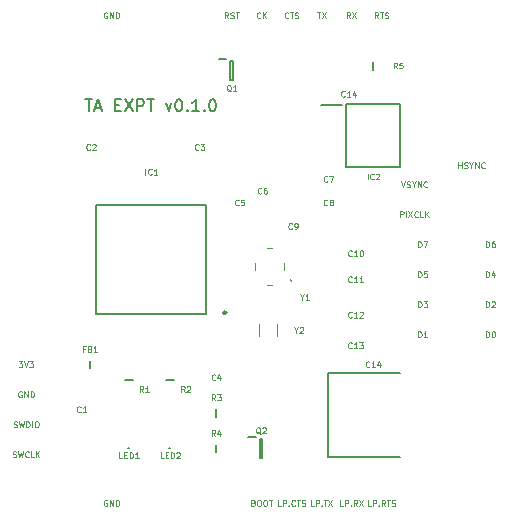
<source format=gto>
%TF.GenerationSoftware,KiCad,Pcbnew,5.1.6-c6e7f7d~87~ubuntu18.04.1*%
%TF.CreationDate,2020-07-14T09:50:44-04:00*%
%TF.ProjectId,ta-expt,74612d65-7870-4742-9e6b-696361645f70,rev?*%
%TF.SameCoordinates,Original*%
%TF.FileFunction,Legend,Top*%
%TF.FilePolarity,Positive*%
%FSLAX46Y46*%
G04 Gerber Fmt 4.6, Leading zero omitted, Abs format (unit mm)*
G04 Created by KiCad (PCBNEW 5.1.6-c6e7f7d~87~ubuntu18.04.1) date 2020-07-14 09:50:44*
%MOMM*%
%LPD*%
G01*
G04 APERTURE LIST*
%ADD10C,0.200000*%
%ADD11C,0.100000*%
%ADD12C,0.250000*%
G04 APERTURE END LIST*
D10*
X138828571Y-94452380D02*
X139400000Y-94452380D01*
X139114285Y-95452380D02*
X139114285Y-94452380D01*
X139685714Y-95166666D02*
X140161904Y-95166666D01*
X139590476Y-95452380D02*
X139923809Y-94452380D01*
X140257142Y-95452380D01*
X141352380Y-94928571D02*
X141685714Y-94928571D01*
X141828571Y-95452380D02*
X141352380Y-95452380D01*
X141352380Y-94452380D01*
X141828571Y-94452380D01*
X142161904Y-94452380D02*
X142828571Y-95452380D01*
X142828571Y-94452380D02*
X142161904Y-95452380D01*
X143209523Y-95452380D02*
X143209523Y-94452380D01*
X143590476Y-94452380D01*
X143685714Y-94500000D01*
X143733333Y-94547619D01*
X143780952Y-94642857D01*
X143780952Y-94785714D01*
X143733333Y-94880952D01*
X143685714Y-94928571D01*
X143590476Y-94976190D01*
X143209523Y-94976190D01*
X144066666Y-94452380D02*
X144638095Y-94452380D01*
X144352380Y-95452380D02*
X144352380Y-94452380D01*
X145638095Y-94785714D02*
X145876190Y-95452380D01*
X146114285Y-94785714D01*
X146685714Y-94452380D02*
X146780952Y-94452380D01*
X146876190Y-94500000D01*
X146923809Y-94547619D01*
X146971428Y-94642857D01*
X147019047Y-94833333D01*
X147019047Y-95071428D01*
X146971428Y-95261904D01*
X146923809Y-95357142D01*
X146876190Y-95404761D01*
X146780952Y-95452380D01*
X146685714Y-95452380D01*
X146590476Y-95404761D01*
X146542857Y-95357142D01*
X146495238Y-95261904D01*
X146447619Y-95071428D01*
X146447619Y-94833333D01*
X146495238Y-94642857D01*
X146542857Y-94547619D01*
X146590476Y-94500000D01*
X146685714Y-94452380D01*
X147447619Y-95357142D02*
X147495238Y-95404761D01*
X147447619Y-95452380D01*
X147400000Y-95404761D01*
X147447619Y-95357142D01*
X147447619Y-95452380D01*
X148447619Y-95452380D02*
X147876190Y-95452380D01*
X148161904Y-95452380D02*
X148161904Y-94452380D01*
X148066666Y-94595238D01*
X147971428Y-94690476D01*
X147876190Y-94738095D01*
X148876190Y-95357142D02*
X148923809Y-95404761D01*
X148876190Y-95452380D01*
X148828571Y-95404761D01*
X148876190Y-95357142D01*
X148876190Y-95452380D01*
X149542857Y-94452380D02*
X149638095Y-94452380D01*
X149733333Y-94500000D01*
X149780952Y-94547619D01*
X149828571Y-94642857D01*
X149876190Y-94833333D01*
X149876190Y-95071428D01*
X149828571Y-95261904D01*
X149780952Y-95357142D01*
X149733333Y-95404761D01*
X149638095Y-95452380D01*
X149542857Y-95452380D01*
X149447619Y-95404761D01*
X149400000Y-95357142D01*
X149352380Y-95261904D01*
X149304761Y-95071428D01*
X149304761Y-94833333D01*
X149352380Y-94642857D01*
X149400000Y-94547619D01*
X149447619Y-94500000D01*
X149542857Y-94452380D01*
D11*
X132669047Y-124712380D02*
X132740476Y-124736190D01*
X132859523Y-124736190D01*
X132907142Y-124712380D01*
X132930952Y-124688571D01*
X132954761Y-124640952D01*
X132954761Y-124593333D01*
X132930952Y-124545714D01*
X132907142Y-124521904D01*
X132859523Y-124498095D01*
X132764285Y-124474285D01*
X132716666Y-124450476D01*
X132692857Y-124426666D01*
X132669047Y-124379047D01*
X132669047Y-124331428D01*
X132692857Y-124283809D01*
X132716666Y-124260000D01*
X132764285Y-124236190D01*
X132883333Y-124236190D01*
X132954761Y-124260000D01*
X133121428Y-124236190D02*
X133240476Y-124736190D01*
X133335714Y-124379047D01*
X133430952Y-124736190D01*
X133550000Y-124236190D01*
X134026190Y-124688571D02*
X134002380Y-124712380D01*
X133930952Y-124736190D01*
X133883333Y-124736190D01*
X133811904Y-124712380D01*
X133764285Y-124664761D01*
X133740476Y-124617142D01*
X133716666Y-124521904D01*
X133716666Y-124450476D01*
X133740476Y-124355238D01*
X133764285Y-124307619D01*
X133811904Y-124260000D01*
X133883333Y-124236190D01*
X133930952Y-124236190D01*
X134002380Y-124260000D01*
X134026190Y-124283809D01*
X134478571Y-124736190D02*
X134240476Y-124736190D01*
X134240476Y-124236190D01*
X134645238Y-124736190D02*
X134645238Y-124236190D01*
X134930952Y-124736190D02*
X134716666Y-124450476D01*
X134930952Y-124236190D02*
X134645238Y-124521904D01*
X132740476Y-122172380D02*
X132811904Y-122196190D01*
X132930952Y-122196190D01*
X132978571Y-122172380D01*
X133002380Y-122148571D01*
X133026190Y-122100952D01*
X133026190Y-122053333D01*
X133002380Y-122005714D01*
X132978571Y-121981904D01*
X132930952Y-121958095D01*
X132835714Y-121934285D01*
X132788095Y-121910476D01*
X132764285Y-121886666D01*
X132740476Y-121839047D01*
X132740476Y-121791428D01*
X132764285Y-121743809D01*
X132788095Y-121720000D01*
X132835714Y-121696190D01*
X132954761Y-121696190D01*
X133026190Y-121720000D01*
X133192857Y-121696190D02*
X133311904Y-122196190D01*
X133407142Y-121839047D01*
X133502380Y-122196190D01*
X133621428Y-121696190D01*
X133811904Y-122196190D02*
X133811904Y-121696190D01*
X133930952Y-121696190D01*
X134002380Y-121720000D01*
X134050000Y-121767619D01*
X134073809Y-121815238D01*
X134097619Y-121910476D01*
X134097619Y-121981904D01*
X134073809Y-122077142D01*
X134050000Y-122124761D01*
X134002380Y-122172380D01*
X133930952Y-122196190D01*
X133811904Y-122196190D01*
X134311904Y-122196190D02*
X134311904Y-121696190D01*
X134645238Y-121696190D02*
X134740476Y-121696190D01*
X134788095Y-121720000D01*
X134835714Y-121767619D01*
X134859523Y-121862857D01*
X134859523Y-122029523D01*
X134835714Y-122124761D01*
X134788095Y-122172380D01*
X134740476Y-122196190D01*
X134645238Y-122196190D01*
X134597619Y-122172380D01*
X134550000Y-122124761D01*
X134526190Y-122029523D01*
X134526190Y-121862857D01*
X134550000Y-121767619D01*
X134597619Y-121720000D01*
X134645238Y-121696190D01*
X133419047Y-119180000D02*
X133371428Y-119156190D01*
X133300000Y-119156190D01*
X133228571Y-119180000D01*
X133180952Y-119227619D01*
X133157142Y-119275238D01*
X133133333Y-119370476D01*
X133133333Y-119441904D01*
X133157142Y-119537142D01*
X133180952Y-119584761D01*
X133228571Y-119632380D01*
X133300000Y-119656190D01*
X133347619Y-119656190D01*
X133419047Y-119632380D01*
X133442857Y-119608571D01*
X133442857Y-119441904D01*
X133347619Y-119441904D01*
X133657142Y-119656190D02*
X133657142Y-119156190D01*
X133942857Y-119656190D01*
X133942857Y-119156190D01*
X134180952Y-119656190D02*
X134180952Y-119156190D01*
X134300000Y-119156190D01*
X134371428Y-119180000D01*
X134419047Y-119227619D01*
X134442857Y-119275238D01*
X134466666Y-119370476D01*
X134466666Y-119441904D01*
X134442857Y-119537142D01*
X134419047Y-119584761D01*
X134371428Y-119632380D01*
X134300000Y-119656190D01*
X134180952Y-119656190D01*
X133180952Y-116616190D02*
X133490476Y-116616190D01*
X133323809Y-116806666D01*
X133395238Y-116806666D01*
X133442857Y-116830476D01*
X133466666Y-116854285D01*
X133490476Y-116901904D01*
X133490476Y-117020952D01*
X133466666Y-117068571D01*
X133442857Y-117092380D01*
X133395238Y-117116190D01*
X133252380Y-117116190D01*
X133204761Y-117092380D01*
X133180952Y-117068571D01*
X133633333Y-116616190D02*
X133800000Y-117116190D01*
X133966666Y-116616190D01*
X134085714Y-116616190D02*
X134395238Y-116616190D01*
X134228571Y-116806666D01*
X134300000Y-116806666D01*
X134347619Y-116830476D01*
X134371428Y-116854285D01*
X134395238Y-116901904D01*
X134395238Y-117020952D01*
X134371428Y-117068571D01*
X134347619Y-117092380D01*
X134300000Y-117116190D01*
X134157142Y-117116190D01*
X134109523Y-117092380D01*
X134085714Y-117068571D01*
X162878571Y-117078571D02*
X162854761Y-117102380D01*
X162783333Y-117126190D01*
X162735714Y-117126190D01*
X162664285Y-117102380D01*
X162616666Y-117054761D01*
X162592857Y-117007142D01*
X162569047Y-116911904D01*
X162569047Y-116840476D01*
X162592857Y-116745238D01*
X162616666Y-116697619D01*
X162664285Y-116650000D01*
X162735714Y-116626190D01*
X162783333Y-116626190D01*
X162854761Y-116650000D01*
X162878571Y-116673809D01*
X163354761Y-117126190D02*
X163069047Y-117126190D01*
X163211904Y-117126190D02*
X163211904Y-116626190D01*
X163164285Y-116697619D01*
X163116666Y-116745238D01*
X163069047Y-116769047D01*
X163783333Y-116792857D02*
X163783333Y-117126190D01*
X163664285Y-116602380D02*
X163545238Y-116959523D01*
X163854761Y-116959523D01*
X161378571Y-115478571D02*
X161354761Y-115502380D01*
X161283333Y-115526190D01*
X161235714Y-115526190D01*
X161164285Y-115502380D01*
X161116666Y-115454761D01*
X161092857Y-115407142D01*
X161069047Y-115311904D01*
X161069047Y-115240476D01*
X161092857Y-115145238D01*
X161116666Y-115097619D01*
X161164285Y-115050000D01*
X161235714Y-115026190D01*
X161283333Y-115026190D01*
X161354761Y-115050000D01*
X161378571Y-115073809D01*
X161854761Y-115526190D02*
X161569047Y-115526190D01*
X161711904Y-115526190D02*
X161711904Y-115026190D01*
X161664285Y-115097619D01*
X161616666Y-115145238D01*
X161569047Y-115169047D01*
X162021428Y-115026190D02*
X162330952Y-115026190D01*
X162164285Y-115216666D01*
X162235714Y-115216666D01*
X162283333Y-115240476D01*
X162307142Y-115264285D01*
X162330952Y-115311904D01*
X162330952Y-115430952D01*
X162307142Y-115478571D01*
X162283333Y-115502380D01*
X162235714Y-115526190D01*
X162092857Y-115526190D01*
X162045238Y-115502380D01*
X162021428Y-115478571D01*
X161378571Y-112878571D02*
X161354761Y-112902380D01*
X161283333Y-112926190D01*
X161235714Y-112926190D01*
X161164285Y-112902380D01*
X161116666Y-112854761D01*
X161092857Y-112807142D01*
X161069047Y-112711904D01*
X161069047Y-112640476D01*
X161092857Y-112545238D01*
X161116666Y-112497619D01*
X161164285Y-112450000D01*
X161235714Y-112426190D01*
X161283333Y-112426190D01*
X161354761Y-112450000D01*
X161378571Y-112473809D01*
X161854761Y-112926190D02*
X161569047Y-112926190D01*
X161711904Y-112926190D02*
X161711904Y-112426190D01*
X161664285Y-112497619D01*
X161616666Y-112545238D01*
X161569047Y-112569047D01*
X162045238Y-112473809D02*
X162069047Y-112450000D01*
X162116666Y-112426190D01*
X162235714Y-112426190D01*
X162283333Y-112450000D01*
X162307142Y-112473809D01*
X162330952Y-112521428D01*
X162330952Y-112569047D01*
X162307142Y-112640476D01*
X162021428Y-112926190D01*
X162330952Y-112926190D01*
X161378571Y-109878571D02*
X161354761Y-109902380D01*
X161283333Y-109926190D01*
X161235714Y-109926190D01*
X161164285Y-109902380D01*
X161116666Y-109854761D01*
X161092857Y-109807142D01*
X161069047Y-109711904D01*
X161069047Y-109640476D01*
X161092857Y-109545238D01*
X161116666Y-109497619D01*
X161164285Y-109450000D01*
X161235714Y-109426190D01*
X161283333Y-109426190D01*
X161354761Y-109450000D01*
X161378571Y-109473809D01*
X161854761Y-109926190D02*
X161569047Y-109926190D01*
X161711904Y-109926190D02*
X161711904Y-109426190D01*
X161664285Y-109497619D01*
X161616666Y-109545238D01*
X161569047Y-109569047D01*
X162330952Y-109926190D02*
X162045238Y-109926190D01*
X162188095Y-109926190D02*
X162188095Y-109426190D01*
X162140476Y-109497619D01*
X162092857Y-109545238D01*
X162045238Y-109569047D01*
X161378571Y-107678571D02*
X161354761Y-107702380D01*
X161283333Y-107726190D01*
X161235714Y-107726190D01*
X161164285Y-107702380D01*
X161116666Y-107654761D01*
X161092857Y-107607142D01*
X161069047Y-107511904D01*
X161069047Y-107440476D01*
X161092857Y-107345238D01*
X161116666Y-107297619D01*
X161164285Y-107250000D01*
X161235714Y-107226190D01*
X161283333Y-107226190D01*
X161354761Y-107250000D01*
X161378571Y-107273809D01*
X161854761Y-107726190D02*
X161569047Y-107726190D01*
X161711904Y-107726190D02*
X161711904Y-107226190D01*
X161664285Y-107297619D01*
X161616666Y-107345238D01*
X161569047Y-107369047D01*
X162164285Y-107226190D02*
X162211904Y-107226190D01*
X162259523Y-107250000D01*
X162283333Y-107273809D01*
X162307142Y-107321428D01*
X162330952Y-107416666D01*
X162330952Y-107535714D01*
X162307142Y-107630952D01*
X162283333Y-107678571D01*
X162259523Y-107702380D01*
X162211904Y-107726190D01*
X162164285Y-107726190D01*
X162116666Y-107702380D01*
X162092857Y-107678571D01*
X162069047Y-107630952D01*
X162045238Y-107535714D01*
X162045238Y-107416666D01*
X162069047Y-107321428D01*
X162092857Y-107273809D01*
X162116666Y-107250000D01*
X162164285Y-107226190D01*
X156661904Y-113988095D02*
X156661904Y-114226190D01*
X156495238Y-113726190D02*
X156661904Y-113988095D01*
X156828571Y-113726190D01*
X156971428Y-113773809D02*
X156995238Y-113750000D01*
X157042857Y-113726190D01*
X157161904Y-113726190D01*
X157209523Y-113750000D01*
X157233333Y-113773809D01*
X157257142Y-113821428D01*
X157257142Y-113869047D01*
X157233333Y-113940476D01*
X156947619Y-114226190D01*
X157257142Y-114226190D01*
X157161904Y-111188095D02*
X157161904Y-111426190D01*
X156995238Y-110926190D02*
X157161904Y-111188095D01*
X157328571Y-110926190D01*
X157757142Y-111426190D02*
X157471428Y-111426190D01*
X157614285Y-111426190D02*
X157614285Y-110926190D01*
X157566666Y-110997619D01*
X157519047Y-111045238D01*
X157471428Y-111069047D01*
X162711904Y-101226190D02*
X162711904Y-100726190D01*
X163235714Y-101178571D02*
X163211904Y-101202380D01*
X163140476Y-101226190D01*
X163092857Y-101226190D01*
X163021428Y-101202380D01*
X162973809Y-101154761D01*
X162950000Y-101107142D01*
X162926190Y-101011904D01*
X162926190Y-100940476D01*
X162950000Y-100845238D01*
X162973809Y-100797619D01*
X163021428Y-100750000D01*
X163092857Y-100726190D01*
X163140476Y-100726190D01*
X163211904Y-100750000D01*
X163235714Y-100773809D01*
X163426190Y-100773809D02*
X163450000Y-100750000D01*
X163497619Y-100726190D01*
X163616666Y-100726190D01*
X163664285Y-100750000D01*
X163688095Y-100773809D01*
X163711904Y-100821428D01*
X163711904Y-100869047D01*
X163688095Y-100940476D01*
X163402380Y-101226190D01*
X163711904Y-101226190D01*
X160778571Y-94178571D02*
X160754761Y-94202380D01*
X160683333Y-94226190D01*
X160635714Y-94226190D01*
X160564285Y-94202380D01*
X160516666Y-94154761D01*
X160492857Y-94107142D01*
X160469047Y-94011904D01*
X160469047Y-93940476D01*
X160492857Y-93845238D01*
X160516666Y-93797619D01*
X160564285Y-93750000D01*
X160635714Y-93726190D01*
X160683333Y-93726190D01*
X160754761Y-93750000D01*
X160778571Y-93773809D01*
X161254761Y-94226190D02*
X160969047Y-94226190D01*
X161111904Y-94226190D02*
X161111904Y-93726190D01*
X161064285Y-93797619D01*
X161016666Y-93845238D01*
X160969047Y-93869047D01*
X161683333Y-93892857D02*
X161683333Y-94226190D01*
X161564285Y-93702380D02*
X161445238Y-94059523D01*
X161754761Y-94059523D01*
X165216666Y-91826190D02*
X165050000Y-91588095D01*
X164930952Y-91826190D02*
X164930952Y-91326190D01*
X165121428Y-91326190D01*
X165169047Y-91350000D01*
X165192857Y-91373809D01*
X165216666Y-91421428D01*
X165216666Y-91492857D01*
X165192857Y-91540476D01*
X165169047Y-91564285D01*
X165121428Y-91588095D01*
X164930952Y-91588095D01*
X165669047Y-91326190D02*
X165430952Y-91326190D01*
X165407142Y-91564285D01*
X165430952Y-91540476D01*
X165478571Y-91516666D01*
X165597619Y-91516666D01*
X165645238Y-91540476D01*
X165669047Y-91564285D01*
X165692857Y-91611904D01*
X165692857Y-91730952D01*
X165669047Y-91778571D01*
X165645238Y-91802380D01*
X165597619Y-91826190D01*
X165478571Y-91826190D01*
X165430952Y-91802380D01*
X165407142Y-91778571D01*
X153716666Y-102378571D02*
X153692857Y-102402380D01*
X153621428Y-102426190D01*
X153573809Y-102426190D01*
X153502380Y-102402380D01*
X153454761Y-102354761D01*
X153430952Y-102307142D01*
X153407142Y-102211904D01*
X153407142Y-102140476D01*
X153430952Y-102045238D01*
X153454761Y-101997619D01*
X153502380Y-101950000D01*
X153573809Y-101926190D01*
X153621428Y-101926190D01*
X153692857Y-101950000D01*
X153716666Y-101973809D01*
X154145238Y-101926190D02*
X154050000Y-101926190D01*
X154002380Y-101950000D01*
X153978571Y-101973809D01*
X153930952Y-102045238D01*
X153907142Y-102140476D01*
X153907142Y-102330952D01*
X153930952Y-102378571D01*
X153954761Y-102402380D01*
X154002380Y-102426190D01*
X154097619Y-102426190D01*
X154145238Y-102402380D01*
X154169047Y-102378571D01*
X154192857Y-102330952D01*
X154192857Y-102211904D01*
X154169047Y-102164285D01*
X154145238Y-102140476D01*
X154097619Y-102116666D01*
X154002380Y-102116666D01*
X153954761Y-102140476D01*
X153930952Y-102164285D01*
X153907142Y-102211904D01*
X151816666Y-103378571D02*
X151792857Y-103402380D01*
X151721428Y-103426190D01*
X151673809Y-103426190D01*
X151602380Y-103402380D01*
X151554761Y-103354761D01*
X151530952Y-103307142D01*
X151507142Y-103211904D01*
X151507142Y-103140476D01*
X151530952Y-103045238D01*
X151554761Y-102997619D01*
X151602380Y-102950000D01*
X151673809Y-102926190D01*
X151721428Y-102926190D01*
X151792857Y-102950000D01*
X151816666Y-102973809D01*
X152269047Y-102926190D02*
X152030952Y-102926190D01*
X152007142Y-103164285D01*
X152030952Y-103140476D01*
X152078571Y-103116666D01*
X152197619Y-103116666D01*
X152245238Y-103140476D01*
X152269047Y-103164285D01*
X152292857Y-103211904D01*
X152292857Y-103330952D01*
X152269047Y-103378571D01*
X152245238Y-103402380D01*
X152197619Y-103426190D01*
X152078571Y-103426190D01*
X152030952Y-103402380D01*
X152007142Y-103378571D01*
X156316666Y-105378571D02*
X156292857Y-105402380D01*
X156221428Y-105426190D01*
X156173809Y-105426190D01*
X156102380Y-105402380D01*
X156054761Y-105354761D01*
X156030952Y-105307142D01*
X156007142Y-105211904D01*
X156007142Y-105140476D01*
X156030952Y-105045238D01*
X156054761Y-104997619D01*
X156102380Y-104950000D01*
X156173809Y-104926190D01*
X156221428Y-104926190D01*
X156292857Y-104950000D01*
X156316666Y-104973809D01*
X156554761Y-105426190D02*
X156650000Y-105426190D01*
X156697619Y-105402380D01*
X156721428Y-105378571D01*
X156769047Y-105307142D01*
X156792857Y-105211904D01*
X156792857Y-105021428D01*
X156769047Y-104973809D01*
X156745238Y-104950000D01*
X156697619Y-104926190D01*
X156602380Y-104926190D01*
X156554761Y-104950000D01*
X156530952Y-104973809D01*
X156507142Y-105021428D01*
X156507142Y-105140476D01*
X156530952Y-105188095D01*
X156554761Y-105211904D01*
X156602380Y-105235714D01*
X156697619Y-105235714D01*
X156745238Y-105211904D01*
X156769047Y-105188095D01*
X156792857Y-105140476D01*
X159316666Y-103378571D02*
X159292857Y-103402380D01*
X159221428Y-103426190D01*
X159173809Y-103426190D01*
X159102380Y-103402380D01*
X159054761Y-103354761D01*
X159030952Y-103307142D01*
X159007142Y-103211904D01*
X159007142Y-103140476D01*
X159030952Y-103045238D01*
X159054761Y-102997619D01*
X159102380Y-102950000D01*
X159173809Y-102926190D01*
X159221428Y-102926190D01*
X159292857Y-102950000D01*
X159316666Y-102973809D01*
X159602380Y-103140476D02*
X159554761Y-103116666D01*
X159530952Y-103092857D01*
X159507142Y-103045238D01*
X159507142Y-103021428D01*
X159530952Y-102973809D01*
X159554761Y-102950000D01*
X159602380Y-102926190D01*
X159697619Y-102926190D01*
X159745238Y-102950000D01*
X159769047Y-102973809D01*
X159792857Y-103021428D01*
X159792857Y-103045238D01*
X159769047Y-103092857D01*
X159745238Y-103116666D01*
X159697619Y-103140476D01*
X159602380Y-103140476D01*
X159554761Y-103164285D01*
X159530952Y-103188095D01*
X159507142Y-103235714D01*
X159507142Y-103330952D01*
X159530952Y-103378571D01*
X159554761Y-103402380D01*
X159602380Y-103426190D01*
X159697619Y-103426190D01*
X159745238Y-103402380D01*
X159769047Y-103378571D01*
X159792857Y-103330952D01*
X159792857Y-103235714D01*
X159769047Y-103188095D01*
X159745238Y-103164285D01*
X159697619Y-103140476D01*
X159316666Y-101378571D02*
X159292857Y-101402380D01*
X159221428Y-101426190D01*
X159173809Y-101426190D01*
X159102380Y-101402380D01*
X159054761Y-101354761D01*
X159030952Y-101307142D01*
X159007142Y-101211904D01*
X159007142Y-101140476D01*
X159030952Y-101045238D01*
X159054761Y-100997619D01*
X159102380Y-100950000D01*
X159173809Y-100926190D01*
X159221428Y-100926190D01*
X159292857Y-100950000D01*
X159316666Y-100973809D01*
X159483333Y-100926190D02*
X159816666Y-100926190D01*
X159602380Y-101426190D01*
X151152380Y-93773809D02*
X151104761Y-93750000D01*
X151057142Y-93702380D01*
X150985714Y-93630952D01*
X150938095Y-93607142D01*
X150890476Y-93607142D01*
X150914285Y-93726190D02*
X150866666Y-93702380D01*
X150819047Y-93654761D01*
X150795238Y-93559523D01*
X150795238Y-93392857D01*
X150819047Y-93297619D01*
X150866666Y-93250000D01*
X150914285Y-93226190D01*
X151009523Y-93226190D01*
X151057142Y-93250000D01*
X151104761Y-93297619D01*
X151128571Y-93392857D01*
X151128571Y-93559523D01*
X151104761Y-93654761D01*
X151057142Y-93702380D01*
X151009523Y-93726190D01*
X150914285Y-93726190D01*
X151604761Y-93726190D02*
X151319047Y-93726190D01*
X151461904Y-93726190D02*
X151461904Y-93226190D01*
X151414285Y-93297619D01*
X151366666Y-93345238D01*
X151319047Y-93369047D01*
X153652380Y-122773809D02*
X153604761Y-122750000D01*
X153557142Y-122702380D01*
X153485714Y-122630952D01*
X153438095Y-122607142D01*
X153390476Y-122607142D01*
X153414285Y-122726190D02*
X153366666Y-122702380D01*
X153319047Y-122654761D01*
X153295238Y-122559523D01*
X153295238Y-122392857D01*
X153319047Y-122297619D01*
X153366666Y-122250000D01*
X153414285Y-122226190D01*
X153509523Y-122226190D01*
X153557142Y-122250000D01*
X153604761Y-122297619D01*
X153628571Y-122392857D01*
X153628571Y-122559523D01*
X153604761Y-122654761D01*
X153557142Y-122702380D01*
X153509523Y-122726190D01*
X153414285Y-122726190D01*
X153819047Y-122273809D02*
X153842857Y-122250000D01*
X153890476Y-122226190D01*
X154009523Y-122226190D01*
X154057142Y-122250000D01*
X154080952Y-122273809D01*
X154104761Y-122321428D01*
X154104761Y-122369047D01*
X154080952Y-122440476D01*
X153795238Y-122726190D01*
X154104761Y-122726190D01*
X149816666Y-122926190D02*
X149650000Y-122688095D01*
X149530952Y-122926190D02*
X149530952Y-122426190D01*
X149721428Y-122426190D01*
X149769047Y-122450000D01*
X149792857Y-122473809D01*
X149816666Y-122521428D01*
X149816666Y-122592857D01*
X149792857Y-122640476D01*
X149769047Y-122664285D01*
X149721428Y-122688095D01*
X149530952Y-122688095D01*
X150245238Y-122592857D02*
X150245238Y-122926190D01*
X150126190Y-122402380D02*
X150007142Y-122759523D01*
X150316666Y-122759523D01*
X149816666Y-119926190D02*
X149650000Y-119688095D01*
X149530952Y-119926190D02*
X149530952Y-119426190D01*
X149721428Y-119426190D01*
X149769047Y-119450000D01*
X149792857Y-119473809D01*
X149816666Y-119521428D01*
X149816666Y-119592857D01*
X149792857Y-119640476D01*
X149769047Y-119664285D01*
X149721428Y-119688095D01*
X149530952Y-119688095D01*
X149983333Y-119426190D02*
X150292857Y-119426190D01*
X150126190Y-119616666D01*
X150197619Y-119616666D01*
X150245238Y-119640476D01*
X150269047Y-119664285D01*
X150292857Y-119711904D01*
X150292857Y-119830952D01*
X150269047Y-119878571D01*
X150245238Y-119902380D01*
X150197619Y-119926190D01*
X150054761Y-119926190D01*
X150007142Y-119902380D01*
X149983333Y-119878571D01*
X149816666Y-118178571D02*
X149792857Y-118202380D01*
X149721428Y-118226190D01*
X149673809Y-118226190D01*
X149602380Y-118202380D01*
X149554761Y-118154761D01*
X149530952Y-118107142D01*
X149507142Y-118011904D01*
X149507142Y-117940476D01*
X149530952Y-117845238D01*
X149554761Y-117797619D01*
X149602380Y-117750000D01*
X149673809Y-117726190D01*
X149721428Y-117726190D01*
X149792857Y-117750000D01*
X149816666Y-117773809D01*
X150245238Y-117892857D02*
X150245238Y-118226190D01*
X150126190Y-117702380D02*
X150007142Y-118059523D01*
X150316666Y-118059523D01*
X148416666Y-98678571D02*
X148392857Y-98702380D01*
X148321428Y-98726190D01*
X148273809Y-98726190D01*
X148202380Y-98702380D01*
X148154761Y-98654761D01*
X148130952Y-98607142D01*
X148107142Y-98511904D01*
X148107142Y-98440476D01*
X148130952Y-98345238D01*
X148154761Y-98297619D01*
X148202380Y-98250000D01*
X148273809Y-98226190D01*
X148321428Y-98226190D01*
X148392857Y-98250000D01*
X148416666Y-98273809D01*
X148583333Y-98226190D02*
X148892857Y-98226190D01*
X148726190Y-98416666D01*
X148797619Y-98416666D01*
X148845238Y-98440476D01*
X148869047Y-98464285D01*
X148892857Y-98511904D01*
X148892857Y-98630952D01*
X148869047Y-98678571D01*
X148845238Y-98702380D01*
X148797619Y-98726190D01*
X148654761Y-98726190D01*
X148607142Y-98702380D01*
X148583333Y-98678571D01*
X139216666Y-98678571D02*
X139192857Y-98702380D01*
X139121428Y-98726190D01*
X139073809Y-98726190D01*
X139002380Y-98702380D01*
X138954761Y-98654761D01*
X138930952Y-98607142D01*
X138907142Y-98511904D01*
X138907142Y-98440476D01*
X138930952Y-98345238D01*
X138954761Y-98297619D01*
X139002380Y-98250000D01*
X139073809Y-98226190D01*
X139121428Y-98226190D01*
X139192857Y-98250000D01*
X139216666Y-98273809D01*
X139407142Y-98273809D02*
X139430952Y-98250000D01*
X139478571Y-98226190D01*
X139597619Y-98226190D01*
X139645238Y-98250000D01*
X139669047Y-98273809D01*
X139692857Y-98321428D01*
X139692857Y-98369047D01*
X139669047Y-98440476D01*
X139383333Y-98726190D01*
X139692857Y-98726190D01*
X143911904Y-100826190D02*
X143911904Y-100326190D01*
X144435714Y-100778571D02*
X144411904Y-100802380D01*
X144340476Y-100826190D01*
X144292857Y-100826190D01*
X144221428Y-100802380D01*
X144173809Y-100754761D01*
X144150000Y-100707142D01*
X144126190Y-100611904D01*
X144126190Y-100540476D01*
X144150000Y-100445238D01*
X144173809Y-100397619D01*
X144221428Y-100350000D01*
X144292857Y-100326190D01*
X144340476Y-100326190D01*
X144411904Y-100350000D01*
X144435714Y-100373809D01*
X144911904Y-100826190D02*
X144626190Y-100826190D01*
X144769047Y-100826190D02*
X144769047Y-100326190D01*
X144721428Y-100397619D01*
X144673809Y-100445238D01*
X144626190Y-100469047D01*
X141940476Y-124826190D02*
X141702380Y-124826190D01*
X141702380Y-124326190D01*
X142107142Y-124564285D02*
X142273809Y-124564285D01*
X142345238Y-124826190D02*
X142107142Y-124826190D01*
X142107142Y-124326190D01*
X142345238Y-124326190D01*
X142559523Y-124826190D02*
X142559523Y-124326190D01*
X142678571Y-124326190D01*
X142750000Y-124350000D01*
X142797619Y-124397619D01*
X142821428Y-124445238D01*
X142845238Y-124540476D01*
X142845238Y-124611904D01*
X142821428Y-124707142D01*
X142797619Y-124754761D01*
X142750000Y-124802380D01*
X142678571Y-124826190D01*
X142559523Y-124826190D01*
X143321428Y-124826190D02*
X143035714Y-124826190D01*
X143178571Y-124826190D02*
X143178571Y-124326190D01*
X143130952Y-124397619D01*
X143083333Y-124445238D01*
X143035714Y-124469047D01*
X145440476Y-124826190D02*
X145202380Y-124826190D01*
X145202380Y-124326190D01*
X145607142Y-124564285D02*
X145773809Y-124564285D01*
X145845238Y-124826190D02*
X145607142Y-124826190D01*
X145607142Y-124326190D01*
X145845238Y-124326190D01*
X146059523Y-124826190D02*
X146059523Y-124326190D01*
X146178571Y-124326190D01*
X146250000Y-124350000D01*
X146297619Y-124397619D01*
X146321428Y-124445238D01*
X146345238Y-124540476D01*
X146345238Y-124611904D01*
X146321428Y-124707142D01*
X146297619Y-124754761D01*
X146250000Y-124802380D01*
X146178571Y-124826190D01*
X146059523Y-124826190D01*
X146535714Y-124373809D02*
X146559523Y-124350000D01*
X146607142Y-124326190D01*
X146726190Y-124326190D01*
X146773809Y-124350000D01*
X146797619Y-124373809D01*
X146821428Y-124421428D01*
X146821428Y-124469047D01*
X146797619Y-124540476D01*
X146511904Y-124826190D01*
X146821428Y-124826190D01*
X147216666Y-119226190D02*
X147050000Y-118988095D01*
X146930952Y-119226190D02*
X146930952Y-118726190D01*
X147121428Y-118726190D01*
X147169047Y-118750000D01*
X147192857Y-118773809D01*
X147216666Y-118821428D01*
X147216666Y-118892857D01*
X147192857Y-118940476D01*
X147169047Y-118964285D01*
X147121428Y-118988095D01*
X146930952Y-118988095D01*
X147407142Y-118773809D02*
X147430952Y-118750000D01*
X147478571Y-118726190D01*
X147597619Y-118726190D01*
X147645238Y-118750000D01*
X147669047Y-118773809D01*
X147692857Y-118821428D01*
X147692857Y-118869047D01*
X147669047Y-118940476D01*
X147383333Y-119226190D01*
X147692857Y-119226190D01*
X143716666Y-119226190D02*
X143550000Y-118988095D01*
X143430952Y-119226190D02*
X143430952Y-118726190D01*
X143621428Y-118726190D01*
X143669047Y-118750000D01*
X143692857Y-118773809D01*
X143716666Y-118821428D01*
X143716666Y-118892857D01*
X143692857Y-118940476D01*
X143669047Y-118964285D01*
X143621428Y-118988095D01*
X143430952Y-118988095D01*
X144192857Y-119226190D02*
X143907142Y-119226190D01*
X144050000Y-119226190D02*
X144050000Y-118726190D01*
X144002380Y-118797619D01*
X143954761Y-118845238D01*
X143907142Y-118869047D01*
X138416666Y-120878571D02*
X138392857Y-120902380D01*
X138321428Y-120926190D01*
X138273809Y-120926190D01*
X138202380Y-120902380D01*
X138154761Y-120854761D01*
X138130952Y-120807142D01*
X138107142Y-120711904D01*
X138107142Y-120640476D01*
X138130952Y-120545238D01*
X138154761Y-120497619D01*
X138202380Y-120450000D01*
X138273809Y-120426190D01*
X138321428Y-120426190D01*
X138392857Y-120450000D01*
X138416666Y-120473809D01*
X138892857Y-120926190D02*
X138607142Y-120926190D01*
X138750000Y-120926190D02*
X138750000Y-120426190D01*
X138702380Y-120497619D01*
X138654761Y-120545238D01*
X138607142Y-120569047D01*
X138783333Y-115564285D02*
X138616666Y-115564285D01*
X138616666Y-115826190D02*
X138616666Y-115326190D01*
X138854761Y-115326190D01*
X139211904Y-115564285D02*
X139283333Y-115588095D01*
X139307142Y-115611904D01*
X139330952Y-115659523D01*
X139330952Y-115730952D01*
X139307142Y-115778571D01*
X139283333Y-115802380D01*
X139235714Y-115826190D01*
X139045238Y-115826190D01*
X139045238Y-115326190D01*
X139211904Y-115326190D01*
X139259523Y-115350000D01*
X139283333Y-115373809D01*
X139307142Y-115421428D01*
X139307142Y-115469047D01*
X139283333Y-115516666D01*
X139259523Y-115540476D01*
X139211904Y-115564285D01*
X139045238Y-115564285D01*
X139807142Y-115826190D02*
X139521428Y-115826190D01*
X139664285Y-115826190D02*
X139664285Y-115326190D01*
X139616666Y-115397619D01*
X139569047Y-115445238D01*
X139521428Y-115469047D01*
X172740952Y-114576190D02*
X172740952Y-114076190D01*
X172860000Y-114076190D01*
X172931428Y-114100000D01*
X172979047Y-114147619D01*
X173002857Y-114195238D01*
X173026666Y-114290476D01*
X173026666Y-114361904D01*
X173002857Y-114457142D01*
X172979047Y-114504761D01*
X172931428Y-114552380D01*
X172860000Y-114576190D01*
X172740952Y-114576190D01*
X173336190Y-114076190D02*
X173383809Y-114076190D01*
X173431428Y-114100000D01*
X173455238Y-114123809D01*
X173479047Y-114171428D01*
X173502857Y-114266666D01*
X173502857Y-114385714D01*
X173479047Y-114480952D01*
X173455238Y-114528571D01*
X173431428Y-114552380D01*
X173383809Y-114576190D01*
X173336190Y-114576190D01*
X173288571Y-114552380D01*
X173264761Y-114528571D01*
X173240952Y-114480952D01*
X173217142Y-114385714D01*
X173217142Y-114266666D01*
X173240952Y-114171428D01*
X173264761Y-114123809D01*
X173288571Y-114100000D01*
X173336190Y-114076190D01*
X172740952Y-112036190D02*
X172740952Y-111536190D01*
X172860000Y-111536190D01*
X172931428Y-111560000D01*
X172979047Y-111607619D01*
X173002857Y-111655238D01*
X173026666Y-111750476D01*
X173026666Y-111821904D01*
X173002857Y-111917142D01*
X172979047Y-111964761D01*
X172931428Y-112012380D01*
X172860000Y-112036190D01*
X172740952Y-112036190D01*
X173217142Y-111583809D02*
X173240952Y-111560000D01*
X173288571Y-111536190D01*
X173407619Y-111536190D01*
X173455238Y-111560000D01*
X173479047Y-111583809D01*
X173502857Y-111631428D01*
X173502857Y-111679047D01*
X173479047Y-111750476D01*
X173193333Y-112036190D01*
X173502857Y-112036190D01*
X172740952Y-109496190D02*
X172740952Y-108996190D01*
X172860000Y-108996190D01*
X172931428Y-109020000D01*
X172979047Y-109067619D01*
X173002857Y-109115238D01*
X173026666Y-109210476D01*
X173026666Y-109281904D01*
X173002857Y-109377142D01*
X172979047Y-109424761D01*
X172931428Y-109472380D01*
X172860000Y-109496190D01*
X172740952Y-109496190D01*
X173455238Y-109162857D02*
X173455238Y-109496190D01*
X173336190Y-108972380D02*
X173217142Y-109329523D01*
X173526666Y-109329523D01*
X172740952Y-106956190D02*
X172740952Y-106456190D01*
X172860000Y-106456190D01*
X172931428Y-106480000D01*
X172979047Y-106527619D01*
X173002857Y-106575238D01*
X173026666Y-106670476D01*
X173026666Y-106741904D01*
X173002857Y-106837142D01*
X172979047Y-106884761D01*
X172931428Y-106932380D01*
X172860000Y-106956190D01*
X172740952Y-106956190D01*
X173455238Y-106456190D02*
X173360000Y-106456190D01*
X173312380Y-106480000D01*
X173288571Y-106503809D01*
X173240952Y-106575238D01*
X173217142Y-106670476D01*
X173217142Y-106860952D01*
X173240952Y-106908571D01*
X173264761Y-106932380D01*
X173312380Y-106956190D01*
X173407619Y-106956190D01*
X173455238Y-106932380D01*
X173479047Y-106908571D01*
X173502857Y-106860952D01*
X173502857Y-106741904D01*
X173479047Y-106694285D01*
X173455238Y-106670476D01*
X173407619Y-106646666D01*
X173312380Y-106646666D01*
X173264761Y-106670476D01*
X173240952Y-106694285D01*
X173217142Y-106741904D01*
X167000952Y-114576190D02*
X167000952Y-114076190D01*
X167120000Y-114076190D01*
X167191428Y-114100000D01*
X167239047Y-114147619D01*
X167262857Y-114195238D01*
X167286666Y-114290476D01*
X167286666Y-114361904D01*
X167262857Y-114457142D01*
X167239047Y-114504761D01*
X167191428Y-114552380D01*
X167120000Y-114576190D01*
X167000952Y-114576190D01*
X167762857Y-114576190D02*
X167477142Y-114576190D01*
X167620000Y-114576190D02*
X167620000Y-114076190D01*
X167572380Y-114147619D01*
X167524761Y-114195238D01*
X167477142Y-114219047D01*
X167000952Y-112036190D02*
X167000952Y-111536190D01*
X167120000Y-111536190D01*
X167191428Y-111560000D01*
X167239047Y-111607619D01*
X167262857Y-111655238D01*
X167286666Y-111750476D01*
X167286666Y-111821904D01*
X167262857Y-111917142D01*
X167239047Y-111964761D01*
X167191428Y-112012380D01*
X167120000Y-112036190D01*
X167000952Y-112036190D01*
X167453333Y-111536190D02*
X167762857Y-111536190D01*
X167596190Y-111726666D01*
X167667619Y-111726666D01*
X167715238Y-111750476D01*
X167739047Y-111774285D01*
X167762857Y-111821904D01*
X167762857Y-111940952D01*
X167739047Y-111988571D01*
X167715238Y-112012380D01*
X167667619Y-112036190D01*
X167524761Y-112036190D01*
X167477142Y-112012380D01*
X167453333Y-111988571D01*
X167000952Y-109496190D02*
X167000952Y-108996190D01*
X167120000Y-108996190D01*
X167191428Y-109020000D01*
X167239047Y-109067619D01*
X167262857Y-109115238D01*
X167286666Y-109210476D01*
X167286666Y-109281904D01*
X167262857Y-109377142D01*
X167239047Y-109424761D01*
X167191428Y-109472380D01*
X167120000Y-109496190D01*
X167000952Y-109496190D01*
X167739047Y-108996190D02*
X167500952Y-108996190D01*
X167477142Y-109234285D01*
X167500952Y-109210476D01*
X167548571Y-109186666D01*
X167667619Y-109186666D01*
X167715238Y-109210476D01*
X167739047Y-109234285D01*
X167762857Y-109281904D01*
X167762857Y-109400952D01*
X167739047Y-109448571D01*
X167715238Y-109472380D01*
X167667619Y-109496190D01*
X167548571Y-109496190D01*
X167500952Y-109472380D01*
X167477142Y-109448571D01*
X167000952Y-106956190D02*
X167000952Y-106456190D01*
X167120000Y-106456190D01*
X167191428Y-106480000D01*
X167239047Y-106527619D01*
X167262857Y-106575238D01*
X167286666Y-106670476D01*
X167286666Y-106741904D01*
X167262857Y-106837142D01*
X167239047Y-106884761D01*
X167191428Y-106932380D01*
X167120000Y-106956190D01*
X167000952Y-106956190D01*
X167453333Y-106456190D02*
X167786666Y-106456190D01*
X167572380Y-106956190D01*
X170402857Y-100276190D02*
X170402857Y-99776190D01*
X170402857Y-100014285D02*
X170688571Y-100014285D01*
X170688571Y-100276190D02*
X170688571Y-99776190D01*
X170902857Y-100252380D02*
X170974285Y-100276190D01*
X171093333Y-100276190D01*
X171140952Y-100252380D01*
X171164761Y-100228571D01*
X171188571Y-100180952D01*
X171188571Y-100133333D01*
X171164761Y-100085714D01*
X171140952Y-100061904D01*
X171093333Y-100038095D01*
X170998095Y-100014285D01*
X170950476Y-99990476D01*
X170926666Y-99966666D01*
X170902857Y-99919047D01*
X170902857Y-99871428D01*
X170926666Y-99823809D01*
X170950476Y-99800000D01*
X170998095Y-99776190D01*
X171117142Y-99776190D01*
X171188571Y-99800000D01*
X171498095Y-100038095D02*
X171498095Y-100276190D01*
X171331428Y-99776190D02*
X171498095Y-100038095D01*
X171664761Y-99776190D01*
X171831428Y-100276190D02*
X171831428Y-99776190D01*
X172117142Y-100276190D01*
X172117142Y-99776190D01*
X172640952Y-100228571D02*
X172617142Y-100252380D01*
X172545714Y-100276190D01*
X172498095Y-100276190D01*
X172426666Y-100252380D01*
X172379047Y-100204761D01*
X172355238Y-100157142D01*
X172331428Y-100061904D01*
X172331428Y-99990476D01*
X172355238Y-99895238D01*
X172379047Y-99847619D01*
X172426666Y-99800000D01*
X172498095Y-99776190D01*
X172545714Y-99776190D01*
X172617142Y-99800000D01*
X172640952Y-99823809D01*
X165479523Y-104416190D02*
X165479523Y-103916190D01*
X165670000Y-103916190D01*
X165717619Y-103940000D01*
X165741428Y-103963809D01*
X165765238Y-104011428D01*
X165765238Y-104082857D01*
X165741428Y-104130476D01*
X165717619Y-104154285D01*
X165670000Y-104178095D01*
X165479523Y-104178095D01*
X165979523Y-104416190D02*
X165979523Y-103916190D01*
X166170000Y-103916190D02*
X166503333Y-104416190D01*
X166503333Y-103916190D02*
X166170000Y-104416190D01*
X166979523Y-104368571D02*
X166955714Y-104392380D01*
X166884285Y-104416190D01*
X166836666Y-104416190D01*
X166765238Y-104392380D01*
X166717619Y-104344761D01*
X166693809Y-104297142D01*
X166670000Y-104201904D01*
X166670000Y-104130476D01*
X166693809Y-104035238D01*
X166717619Y-103987619D01*
X166765238Y-103940000D01*
X166836666Y-103916190D01*
X166884285Y-103916190D01*
X166955714Y-103940000D01*
X166979523Y-103963809D01*
X167431904Y-104416190D02*
X167193809Y-104416190D01*
X167193809Y-103916190D01*
X167598571Y-104416190D02*
X167598571Y-103916190D01*
X167884285Y-104416190D02*
X167670000Y-104130476D01*
X167884285Y-103916190D02*
X167598571Y-104201904D01*
X165539047Y-101376190D02*
X165705714Y-101876190D01*
X165872380Y-101376190D01*
X166015238Y-101852380D02*
X166086666Y-101876190D01*
X166205714Y-101876190D01*
X166253333Y-101852380D01*
X166277142Y-101828571D01*
X166300952Y-101780952D01*
X166300952Y-101733333D01*
X166277142Y-101685714D01*
X166253333Y-101661904D01*
X166205714Y-101638095D01*
X166110476Y-101614285D01*
X166062857Y-101590476D01*
X166039047Y-101566666D01*
X166015238Y-101519047D01*
X166015238Y-101471428D01*
X166039047Y-101423809D01*
X166062857Y-101400000D01*
X166110476Y-101376190D01*
X166229523Y-101376190D01*
X166300952Y-101400000D01*
X166610476Y-101638095D02*
X166610476Y-101876190D01*
X166443809Y-101376190D02*
X166610476Y-101638095D01*
X166777142Y-101376190D01*
X166943809Y-101876190D02*
X166943809Y-101376190D01*
X167229523Y-101876190D01*
X167229523Y-101376190D01*
X167753333Y-101828571D02*
X167729523Y-101852380D01*
X167658095Y-101876190D01*
X167610476Y-101876190D01*
X167539047Y-101852380D01*
X167491428Y-101804761D01*
X167467619Y-101757142D01*
X167443809Y-101661904D01*
X167443809Y-101590476D01*
X167467619Y-101495238D01*
X167491428Y-101447619D01*
X167539047Y-101400000D01*
X167610476Y-101376190D01*
X167658095Y-101376190D01*
X167729523Y-101400000D01*
X167753333Y-101423809D01*
X162997142Y-128876190D02*
X162759047Y-128876190D01*
X162759047Y-128376190D01*
X163163809Y-128876190D02*
X163163809Y-128376190D01*
X163354285Y-128376190D01*
X163401904Y-128400000D01*
X163425714Y-128423809D01*
X163449523Y-128471428D01*
X163449523Y-128542857D01*
X163425714Y-128590476D01*
X163401904Y-128614285D01*
X163354285Y-128638095D01*
X163163809Y-128638095D01*
X163663809Y-128828571D02*
X163687619Y-128852380D01*
X163663809Y-128876190D01*
X163640000Y-128852380D01*
X163663809Y-128828571D01*
X163663809Y-128876190D01*
X164187619Y-128876190D02*
X164020952Y-128638095D01*
X163901904Y-128876190D02*
X163901904Y-128376190D01*
X164092380Y-128376190D01*
X164140000Y-128400000D01*
X164163809Y-128423809D01*
X164187619Y-128471428D01*
X164187619Y-128542857D01*
X164163809Y-128590476D01*
X164140000Y-128614285D01*
X164092380Y-128638095D01*
X163901904Y-128638095D01*
X164330476Y-128376190D02*
X164616190Y-128376190D01*
X164473333Y-128876190D02*
X164473333Y-128376190D01*
X164759047Y-128852380D02*
X164830476Y-128876190D01*
X164949523Y-128876190D01*
X164997142Y-128852380D01*
X165020952Y-128828571D01*
X165044761Y-128780952D01*
X165044761Y-128733333D01*
X165020952Y-128685714D01*
X164997142Y-128661904D01*
X164949523Y-128638095D01*
X164854285Y-128614285D01*
X164806666Y-128590476D01*
X164782857Y-128566666D01*
X164759047Y-128519047D01*
X164759047Y-128471428D01*
X164782857Y-128423809D01*
X164806666Y-128400000D01*
X164854285Y-128376190D01*
X164973333Y-128376190D01*
X165044761Y-128400000D01*
X160647619Y-128876190D02*
X160409523Y-128876190D01*
X160409523Y-128376190D01*
X160814285Y-128876190D02*
X160814285Y-128376190D01*
X161004761Y-128376190D01*
X161052380Y-128400000D01*
X161076190Y-128423809D01*
X161100000Y-128471428D01*
X161100000Y-128542857D01*
X161076190Y-128590476D01*
X161052380Y-128614285D01*
X161004761Y-128638095D01*
X160814285Y-128638095D01*
X161314285Y-128828571D02*
X161338095Y-128852380D01*
X161314285Y-128876190D01*
X161290476Y-128852380D01*
X161314285Y-128828571D01*
X161314285Y-128876190D01*
X161838095Y-128876190D02*
X161671428Y-128638095D01*
X161552380Y-128876190D02*
X161552380Y-128376190D01*
X161742857Y-128376190D01*
X161790476Y-128400000D01*
X161814285Y-128423809D01*
X161838095Y-128471428D01*
X161838095Y-128542857D01*
X161814285Y-128590476D01*
X161790476Y-128614285D01*
X161742857Y-128638095D01*
X161552380Y-128638095D01*
X162004761Y-128376190D02*
X162338095Y-128876190D01*
X162338095Y-128376190D02*
X162004761Y-128876190D01*
X158167142Y-128876190D02*
X157929047Y-128876190D01*
X157929047Y-128376190D01*
X158333809Y-128876190D02*
X158333809Y-128376190D01*
X158524285Y-128376190D01*
X158571904Y-128400000D01*
X158595714Y-128423809D01*
X158619523Y-128471428D01*
X158619523Y-128542857D01*
X158595714Y-128590476D01*
X158571904Y-128614285D01*
X158524285Y-128638095D01*
X158333809Y-128638095D01*
X158833809Y-128828571D02*
X158857619Y-128852380D01*
X158833809Y-128876190D01*
X158810000Y-128852380D01*
X158833809Y-128828571D01*
X158833809Y-128876190D01*
X159000476Y-128376190D02*
X159286190Y-128376190D01*
X159143333Y-128876190D02*
X159143333Y-128376190D01*
X159405238Y-128376190D02*
X159738571Y-128876190D01*
X159738571Y-128376190D02*
X159405238Y-128876190D01*
X155377142Y-128876190D02*
X155139047Y-128876190D01*
X155139047Y-128376190D01*
X155543809Y-128876190D02*
X155543809Y-128376190D01*
X155734285Y-128376190D01*
X155781904Y-128400000D01*
X155805714Y-128423809D01*
X155829523Y-128471428D01*
X155829523Y-128542857D01*
X155805714Y-128590476D01*
X155781904Y-128614285D01*
X155734285Y-128638095D01*
X155543809Y-128638095D01*
X156043809Y-128828571D02*
X156067619Y-128852380D01*
X156043809Y-128876190D01*
X156020000Y-128852380D01*
X156043809Y-128828571D01*
X156043809Y-128876190D01*
X156567619Y-128828571D02*
X156543809Y-128852380D01*
X156472380Y-128876190D01*
X156424761Y-128876190D01*
X156353333Y-128852380D01*
X156305714Y-128804761D01*
X156281904Y-128757142D01*
X156258095Y-128661904D01*
X156258095Y-128590476D01*
X156281904Y-128495238D01*
X156305714Y-128447619D01*
X156353333Y-128400000D01*
X156424761Y-128376190D01*
X156472380Y-128376190D01*
X156543809Y-128400000D01*
X156567619Y-128423809D01*
X156710476Y-128376190D02*
X156996190Y-128376190D01*
X156853333Y-128876190D02*
X156853333Y-128376190D01*
X157139047Y-128852380D02*
X157210476Y-128876190D01*
X157329523Y-128876190D01*
X157377142Y-128852380D01*
X157400952Y-128828571D01*
X157424761Y-128780952D01*
X157424761Y-128733333D01*
X157400952Y-128685714D01*
X157377142Y-128661904D01*
X157329523Y-128638095D01*
X157234285Y-128614285D01*
X157186666Y-128590476D01*
X157162857Y-128566666D01*
X157139047Y-128519047D01*
X157139047Y-128471428D01*
X157162857Y-128423809D01*
X157186666Y-128400000D01*
X157234285Y-128376190D01*
X157353333Y-128376190D01*
X157424761Y-128400000D01*
X153051428Y-128614285D02*
X153122857Y-128638095D01*
X153146666Y-128661904D01*
X153170476Y-128709523D01*
X153170476Y-128780952D01*
X153146666Y-128828571D01*
X153122857Y-128852380D01*
X153075238Y-128876190D01*
X152884761Y-128876190D01*
X152884761Y-128376190D01*
X153051428Y-128376190D01*
X153099047Y-128400000D01*
X153122857Y-128423809D01*
X153146666Y-128471428D01*
X153146666Y-128519047D01*
X153122857Y-128566666D01*
X153099047Y-128590476D01*
X153051428Y-128614285D01*
X152884761Y-128614285D01*
X153480000Y-128376190D02*
X153575238Y-128376190D01*
X153622857Y-128400000D01*
X153670476Y-128447619D01*
X153694285Y-128542857D01*
X153694285Y-128709523D01*
X153670476Y-128804761D01*
X153622857Y-128852380D01*
X153575238Y-128876190D01*
X153480000Y-128876190D01*
X153432380Y-128852380D01*
X153384761Y-128804761D01*
X153360952Y-128709523D01*
X153360952Y-128542857D01*
X153384761Y-128447619D01*
X153432380Y-128400000D01*
X153480000Y-128376190D01*
X154003809Y-128376190D02*
X154099047Y-128376190D01*
X154146666Y-128400000D01*
X154194285Y-128447619D01*
X154218095Y-128542857D01*
X154218095Y-128709523D01*
X154194285Y-128804761D01*
X154146666Y-128852380D01*
X154099047Y-128876190D01*
X154003809Y-128876190D01*
X153956190Y-128852380D01*
X153908571Y-128804761D01*
X153884761Y-128709523D01*
X153884761Y-128542857D01*
X153908571Y-128447619D01*
X153956190Y-128400000D01*
X154003809Y-128376190D01*
X154360952Y-128376190D02*
X154646666Y-128376190D01*
X154503809Y-128876190D02*
X154503809Y-128376190D01*
X163616190Y-87576190D02*
X163449523Y-87338095D01*
X163330476Y-87576190D02*
X163330476Y-87076190D01*
X163520952Y-87076190D01*
X163568571Y-87100000D01*
X163592380Y-87123809D01*
X163616190Y-87171428D01*
X163616190Y-87242857D01*
X163592380Y-87290476D01*
X163568571Y-87314285D01*
X163520952Y-87338095D01*
X163330476Y-87338095D01*
X163759047Y-87076190D02*
X164044761Y-87076190D01*
X163901904Y-87576190D02*
X163901904Y-87076190D01*
X164187619Y-87552380D02*
X164259047Y-87576190D01*
X164378095Y-87576190D01*
X164425714Y-87552380D01*
X164449523Y-87528571D01*
X164473333Y-87480952D01*
X164473333Y-87433333D01*
X164449523Y-87385714D01*
X164425714Y-87361904D01*
X164378095Y-87338095D01*
X164282857Y-87314285D01*
X164235238Y-87290476D01*
X164211428Y-87266666D01*
X164187619Y-87219047D01*
X164187619Y-87171428D01*
X164211428Y-87123809D01*
X164235238Y-87100000D01*
X164282857Y-87076190D01*
X164401904Y-87076190D01*
X164473333Y-87100000D01*
X161266666Y-87576190D02*
X161100000Y-87338095D01*
X160980952Y-87576190D02*
X160980952Y-87076190D01*
X161171428Y-87076190D01*
X161219047Y-87100000D01*
X161242857Y-87123809D01*
X161266666Y-87171428D01*
X161266666Y-87242857D01*
X161242857Y-87290476D01*
X161219047Y-87314285D01*
X161171428Y-87338095D01*
X160980952Y-87338095D01*
X161433333Y-87076190D02*
X161766666Y-87576190D01*
X161766666Y-87076190D02*
X161433333Y-87576190D01*
X158429047Y-87076190D02*
X158714761Y-87076190D01*
X158571904Y-87576190D02*
X158571904Y-87076190D01*
X158833809Y-87076190D02*
X159167142Y-87576190D01*
X159167142Y-87076190D02*
X158833809Y-87576190D01*
X155996190Y-87528571D02*
X155972380Y-87552380D01*
X155900952Y-87576190D01*
X155853333Y-87576190D01*
X155781904Y-87552380D01*
X155734285Y-87504761D01*
X155710476Y-87457142D01*
X155686666Y-87361904D01*
X155686666Y-87290476D01*
X155710476Y-87195238D01*
X155734285Y-87147619D01*
X155781904Y-87100000D01*
X155853333Y-87076190D01*
X155900952Y-87076190D01*
X155972380Y-87100000D01*
X155996190Y-87123809D01*
X156139047Y-87076190D02*
X156424761Y-87076190D01*
X156281904Y-87576190D02*
X156281904Y-87076190D01*
X156567619Y-87552380D02*
X156639047Y-87576190D01*
X156758095Y-87576190D01*
X156805714Y-87552380D01*
X156829523Y-87528571D01*
X156853333Y-87480952D01*
X156853333Y-87433333D01*
X156829523Y-87385714D01*
X156805714Y-87361904D01*
X156758095Y-87338095D01*
X156662857Y-87314285D01*
X156615238Y-87290476D01*
X156591428Y-87266666D01*
X156567619Y-87219047D01*
X156567619Y-87171428D01*
X156591428Y-87123809D01*
X156615238Y-87100000D01*
X156662857Y-87076190D01*
X156781904Y-87076190D01*
X156853333Y-87100000D01*
X153634761Y-87528571D02*
X153610952Y-87552380D01*
X153539523Y-87576190D01*
X153491904Y-87576190D01*
X153420476Y-87552380D01*
X153372857Y-87504761D01*
X153349047Y-87457142D01*
X153325238Y-87361904D01*
X153325238Y-87290476D01*
X153349047Y-87195238D01*
X153372857Y-87147619D01*
X153420476Y-87100000D01*
X153491904Y-87076190D01*
X153539523Y-87076190D01*
X153610952Y-87100000D01*
X153634761Y-87123809D01*
X153849047Y-87576190D02*
X153849047Y-87076190D01*
X154134761Y-87576190D02*
X153920476Y-87290476D01*
X154134761Y-87076190D02*
X153849047Y-87361904D01*
X150916190Y-87576190D02*
X150749523Y-87338095D01*
X150630476Y-87576190D02*
X150630476Y-87076190D01*
X150820952Y-87076190D01*
X150868571Y-87100000D01*
X150892380Y-87123809D01*
X150916190Y-87171428D01*
X150916190Y-87242857D01*
X150892380Y-87290476D01*
X150868571Y-87314285D01*
X150820952Y-87338095D01*
X150630476Y-87338095D01*
X151106666Y-87552380D02*
X151178095Y-87576190D01*
X151297142Y-87576190D01*
X151344761Y-87552380D01*
X151368571Y-87528571D01*
X151392380Y-87480952D01*
X151392380Y-87433333D01*
X151368571Y-87385714D01*
X151344761Y-87361904D01*
X151297142Y-87338095D01*
X151201904Y-87314285D01*
X151154285Y-87290476D01*
X151130476Y-87266666D01*
X151106666Y-87219047D01*
X151106666Y-87171428D01*
X151130476Y-87123809D01*
X151154285Y-87100000D01*
X151201904Y-87076190D01*
X151320952Y-87076190D01*
X151392380Y-87100000D01*
X151535238Y-87076190D02*
X151820952Y-87076190D01*
X151678095Y-87576190D02*
X151678095Y-87076190D01*
X140649047Y-128400000D02*
X140601428Y-128376190D01*
X140530000Y-128376190D01*
X140458571Y-128400000D01*
X140410952Y-128447619D01*
X140387142Y-128495238D01*
X140363333Y-128590476D01*
X140363333Y-128661904D01*
X140387142Y-128757142D01*
X140410952Y-128804761D01*
X140458571Y-128852380D01*
X140530000Y-128876190D01*
X140577619Y-128876190D01*
X140649047Y-128852380D01*
X140672857Y-128828571D01*
X140672857Y-128661904D01*
X140577619Y-128661904D01*
X140887142Y-128876190D02*
X140887142Y-128376190D01*
X141172857Y-128876190D01*
X141172857Y-128376190D01*
X141410952Y-128876190D02*
X141410952Y-128376190D01*
X141530000Y-128376190D01*
X141601428Y-128400000D01*
X141649047Y-128447619D01*
X141672857Y-128495238D01*
X141696666Y-128590476D01*
X141696666Y-128661904D01*
X141672857Y-128757142D01*
X141649047Y-128804761D01*
X141601428Y-128852380D01*
X141530000Y-128876190D01*
X141410952Y-128876190D01*
X140649047Y-87100000D02*
X140601428Y-87076190D01*
X140530000Y-87076190D01*
X140458571Y-87100000D01*
X140410952Y-87147619D01*
X140387142Y-87195238D01*
X140363333Y-87290476D01*
X140363333Y-87361904D01*
X140387142Y-87457142D01*
X140410952Y-87504761D01*
X140458571Y-87552380D01*
X140530000Y-87576190D01*
X140577619Y-87576190D01*
X140649047Y-87552380D01*
X140672857Y-87528571D01*
X140672857Y-87361904D01*
X140577619Y-87361904D01*
X140887142Y-87576190D02*
X140887142Y-87076190D01*
X141172857Y-87576190D01*
X141172857Y-87076190D01*
X141410952Y-87576190D02*
X141410952Y-87076190D01*
X141530000Y-87076190D01*
X141601428Y-87100000D01*
X141649047Y-87147619D01*
X141672857Y-87195238D01*
X141696666Y-87290476D01*
X141696666Y-87361904D01*
X141672857Y-87457142D01*
X141649047Y-87504761D01*
X141601428Y-87552380D01*
X141530000Y-87576190D01*
X141410952Y-87576190D01*
D10*
%TO.C,C15*%
X165500000Y-117650000D02*
X159400000Y-117650000D01*
X159400000Y-117650000D02*
X159400000Y-124750000D01*
X159400000Y-124750000D02*
X165500000Y-124750000D01*
%TO.C,FB1*%
X139200000Y-116600000D02*
X139200000Y-117200000D01*
%TO.C,IC1*%
X149050000Y-112650000D02*
X139750000Y-112650000D01*
X139750000Y-112650000D02*
X139750000Y-103350000D01*
X139750000Y-103350000D02*
X149050000Y-103350000D01*
X149050000Y-103350000D02*
X149050000Y-112650000D01*
D12*
X150750000Y-112500000D02*
G75*
G03*
X150750000Y-112500000I-125000J0D01*
G01*
D10*
%TO.C,IC2*%
X160910000Y-94860000D02*
X165490000Y-94860000D01*
X165490000Y-94860000D02*
X165490000Y-100140000D01*
X165490000Y-100140000D02*
X160910000Y-100140000D01*
X160910000Y-100140000D02*
X160910000Y-94860000D01*
X158775000Y-94920000D02*
X160560000Y-94920000D01*
%TO.C,LED1*%
X142500000Y-124000000D02*
X142500000Y-124000000D01*
X142400000Y-124000000D02*
X142400000Y-124000000D01*
X142500000Y-124000000D02*
X142500000Y-124000000D01*
X142400000Y-124000000D02*
G75*
G02*
X142500000Y-124000000I50000J0D01*
G01*
X142500000Y-124000000D02*
G75*
G02*
X142400000Y-124000000I-50000J0D01*
G01*
X142400000Y-124000000D02*
G75*
G02*
X142500000Y-124000000I50000J0D01*
G01*
%TO.C,LED2*%
X146000000Y-124000000D02*
X146000000Y-124000000D01*
X145900000Y-124000000D02*
X145900000Y-124000000D01*
X146000000Y-124000000D02*
X146000000Y-124000000D01*
X145900000Y-124000000D02*
G75*
G02*
X146000000Y-124000000I50000J0D01*
G01*
X146000000Y-124000000D02*
G75*
G02*
X145900000Y-124000000I-50000J0D01*
G01*
X145900000Y-124000000D02*
G75*
G02*
X146000000Y-124000000I50000J0D01*
G01*
%TO.C,Q1*%
X151110000Y-91200000D02*
X151290000Y-91200000D01*
X151290000Y-91200000D02*
X151290000Y-92800000D01*
X151290000Y-92800000D02*
X151110000Y-92800000D01*
X151110000Y-92800000D02*
X151110000Y-91200000D01*
X150130000Y-91010000D02*
X150760000Y-91010000D01*
%TO.C,Q2*%
X153610000Y-123200000D02*
X153790000Y-123200000D01*
X153790000Y-123200000D02*
X153790000Y-124800000D01*
X153790000Y-124800000D02*
X153610000Y-124800000D01*
X153610000Y-124800000D02*
X153610000Y-123200000D01*
X152630000Y-123010000D02*
X153260000Y-123010000D01*
%TO.C,R1*%
X142825000Y-118200000D02*
X142175000Y-118200000D01*
%TO.C,R2*%
X146325000Y-118200000D02*
X145675000Y-118200000D01*
%TO.C,R4*%
X149900000Y-124325000D02*
X149900000Y-123675000D01*
%TO.C,R3*%
X149900000Y-120675000D02*
X149900000Y-121325000D01*
%TO.C,R5*%
X163200000Y-91925000D02*
X163200000Y-91275000D01*
D11*
%TO.C,Y1*%
X154200000Y-110200000D02*
X154600000Y-110200000D01*
X154200000Y-107000000D02*
X154600000Y-107000000D01*
X155650000Y-108900000D02*
X155650000Y-108300000D01*
X153150000Y-108900000D02*
X153150000Y-108300000D01*
X156200000Y-109800000D02*
X156200000Y-109800000D01*
X156200000Y-109700000D02*
X156200000Y-109700000D01*
X156200000Y-109700000D02*
G75*
G03*
X156200000Y-109800000I0J-50000D01*
G01*
X156200000Y-109800000D02*
G75*
G03*
X156200000Y-109700000I0J50000D01*
G01*
%TO.C,Y2*%
X153550000Y-114500000D02*
X153550000Y-113500000D01*
X155050000Y-114500000D02*
X155050000Y-113500000D01*
%TD*%
M02*

</source>
